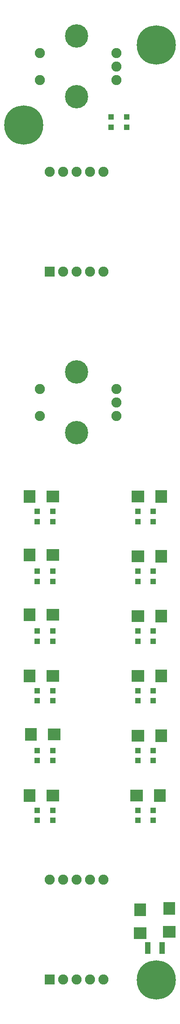
<source format=gbr>
G04 #@! TF.FileFunction,Soldermask,Top*
%FSLAX46Y46*%
G04 Gerber Fmt 4.6, Leading zero omitted, Abs format (unit mm)*
G04 Created by KiCad (PCBNEW 4.0.4+e1-6308~48~ubuntu14.04.1-stable) date Thu Sep  7 12:23:15 2017*
%MOMM*%
%LPD*%
G01*
G04 APERTURE LIST*
%ADD10C,0.100000*%
%ADD11C,1.900000*%
%ADD12R,1.900000X1.900000*%
%ADD13C,4.400000*%
%ADD14R,2.400000X2.200000*%
%ADD15R,2.200000X2.400000*%
%ADD16R,1.100000X0.700000*%
%ADD17R,1.050000X1.100000*%
%ADD18C,7.400000*%
G04 APERTURE END LIST*
D10*
D11*
X108920000Y-27860000D03*
X111460000Y-27860000D03*
X114000000Y-27860000D03*
X116540000Y-27860000D03*
X119080000Y-27860000D03*
D12*
X108920000Y-46640000D03*
D11*
X111460000Y-46640000D03*
X119080000Y-46640000D03*
X116540000Y-46640000D03*
X114000000Y-46640000D03*
D13*
X114000000Y-65550000D03*
D11*
X107000000Y-73790000D03*
X121500000Y-68710000D03*
X121500000Y-71250000D03*
X121500000Y-73790000D03*
X107000000Y-68710000D03*
D13*
X114000000Y-76950000D03*
X114000000Y-2300000D03*
D11*
X107000000Y-10540000D03*
X121500000Y-5460000D03*
X121500000Y-8000000D03*
X121500000Y-10540000D03*
X107000000Y-5460000D03*
D13*
X114000000Y-13700000D03*
D11*
X108920000Y-161110000D03*
X111460000Y-161110000D03*
X114000000Y-161110000D03*
X116540000Y-161110000D03*
X119080000Y-161110000D03*
D12*
X108920000Y-179890000D03*
D11*
X111460000Y-179890000D03*
X119080000Y-179890000D03*
X116540000Y-179890000D03*
X114000000Y-179890000D03*
D14*
X109450000Y-89000000D03*
D15*
X105050000Y-89000000D03*
D14*
X109450000Y-100000000D03*
D15*
X105050000Y-100000000D03*
D14*
X109450000Y-111250000D03*
D15*
X105050000Y-111250000D03*
D14*
X109450000Y-122750000D03*
D15*
X105050000Y-122750000D03*
D14*
X109700000Y-133750000D03*
D15*
X105300000Y-133750000D03*
D14*
X125550000Y-89000000D03*
D15*
X129950000Y-89000000D03*
D14*
X125550000Y-100250000D03*
D15*
X129950000Y-100250000D03*
D14*
X125550000Y-111500000D03*
D15*
X129950000Y-111500000D03*
D14*
X125550000Y-122750000D03*
D15*
X129950000Y-122750000D03*
D14*
X125550000Y-134000000D03*
D15*
X129950000Y-134000000D03*
D14*
X125300000Y-145250000D03*
D15*
X129700000Y-145250000D03*
D16*
X127428000Y-173240000D03*
X127428000Y-173740000D03*
X127428000Y-174240000D03*
X127428000Y-174740000D03*
X130128000Y-174740000D03*
X130128000Y-174240000D03*
X130128000Y-173740000D03*
X130128000Y-173240000D03*
D15*
X126000000Y-166800000D03*
D14*
X126000000Y-171200000D03*
D15*
X131500000Y-166550000D03*
D14*
X131500000Y-170950000D03*
X109450000Y-145250000D03*
D15*
X105050000Y-145250000D03*
D17*
X120525000Y-19450000D03*
X120525000Y-17550000D03*
X123475000Y-19450000D03*
X123475000Y-17550000D03*
X106525000Y-93700000D03*
X106525000Y-91800000D03*
X109475000Y-93700000D03*
X109475000Y-91800000D03*
X106525000Y-104950000D03*
X106525000Y-103050000D03*
X109475000Y-104950000D03*
X109475000Y-103050000D03*
X106525000Y-116200000D03*
X106525000Y-114300000D03*
X109475000Y-116200000D03*
X109475000Y-114300000D03*
X106525000Y-127450000D03*
X106525000Y-125550000D03*
X109475000Y-127450000D03*
X109475000Y-125550000D03*
X106525000Y-138700000D03*
X106525000Y-136800000D03*
X109475000Y-138700000D03*
X109475000Y-136800000D03*
X106525000Y-149950000D03*
X106525000Y-148050000D03*
X109475000Y-149950000D03*
X109475000Y-148050000D03*
X128475000Y-91800000D03*
X128475000Y-93700000D03*
X125525000Y-91800000D03*
X125525000Y-93700000D03*
X128475000Y-103050000D03*
X128475000Y-104950000D03*
X125525000Y-103050000D03*
X125525000Y-104950000D03*
X128475000Y-114300000D03*
X128475000Y-116200000D03*
X125525000Y-114300000D03*
X125525000Y-116200000D03*
X128475000Y-125550000D03*
X128475000Y-127450000D03*
X125525000Y-125550000D03*
X125525000Y-127450000D03*
X128475000Y-136800000D03*
X128475000Y-138700000D03*
X125525000Y-136800000D03*
X125525000Y-138700000D03*
X128475000Y-148050000D03*
X128475000Y-149950000D03*
X125525000Y-148050000D03*
X125525000Y-149950000D03*
D18*
X104000000Y-19000000D03*
X129000000Y-4000000D03*
X129000000Y-180000000D03*
M02*

</source>
